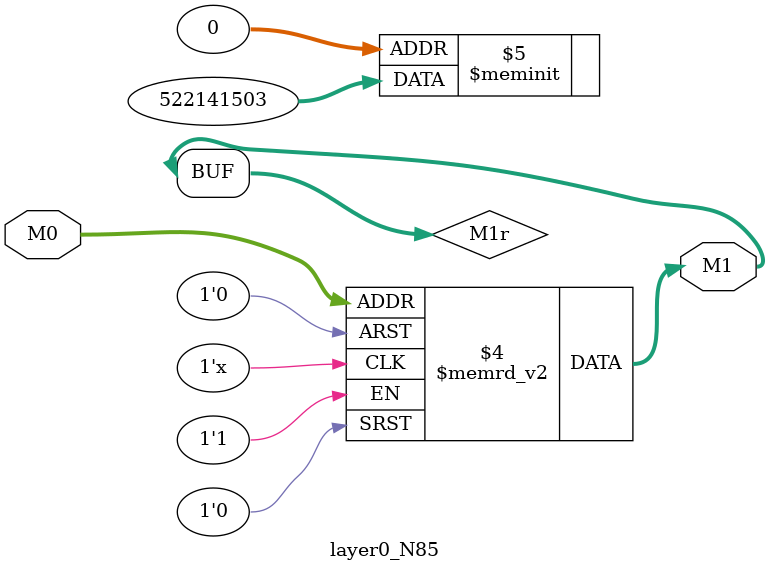
<source format=v>
module layer0_N85 ( input [3:0] M0, output [1:0] M1 );

	(*rom_style = "distributed" *) reg [1:0] M1r;
	assign M1 = M1r;
	always @ (M0) begin
		case (M0)
			4'b0000: M1r = 2'b11;
			4'b1000: M1r = 2'b11;
			4'b0100: M1r = 2'b11;
			4'b1100: M1r = 2'b11;
			4'b0010: M1r = 2'b11;
			4'b1010: M1r = 2'b01;
			4'b0110: M1r = 2'b11;
			4'b1110: M1r = 2'b01;
			4'b0001: M1r = 2'b11;
			4'b1001: M1r = 2'b11;
			4'b0101: M1r = 2'b11;
			4'b1101: M1r = 2'b11;
			4'b0011: M1r = 2'b00;
			4'b1011: M1r = 2'b00;
			4'b0111: M1r = 2'b00;
			4'b1111: M1r = 2'b00;

		endcase
	end
endmodule

</source>
